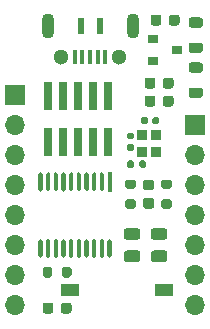
<source format=gts>
G04 #@! TF.GenerationSoftware,KiCad,Pcbnew,(5.1.10)-1*
G04 #@! TF.CreationDate,2021-11-12T00:22:47+01:00*
G04 #@! TF.ProjectId,devboard-stm32g030f6p6,64657662-6f61-4726-942d-73746d333267,rev?*
G04 #@! TF.SameCoordinates,Original*
G04 #@! TF.FileFunction,Soldermask,Top*
G04 #@! TF.FilePolarity,Negative*
%FSLAX46Y46*%
G04 Gerber Fmt 4.6, Leading zero omitted, Abs format (unit mm)*
G04 Created by KiCad (PCBNEW (5.1.10)-1) date 2021-11-12 00:22:47*
%MOMM*%
%LPD*%
G01*
G04 APERTURE LIST*
%ADD10R,0.850000X0.950000*%
%ADD11R,0.900000X0.800000*%
%ADD12R,0.380766X1.655236*%
%ADD13R,1.500000X1.000000*%
%ADD14O,1.700000X1.700000*%
%ADD15R,1.700000X1.700000*%
%ADD16R,0.740000X2.400000*%
%ADD17R,0.600000X1.350000*%
%ADD18O,1.070000X2.140000*%
%ADD19C,1.300000*%
%ADD20R,0.400000X1.250000*%
G04 APERTURE END LIST*
G36*
G01*
X115193000Y-87447000D02*
X115693000Y-87447000D01*
G75*
G02*
X115918000Y-87672000I0J-225000D01*
G01*
X115918000Y-88122000D01*
G75*
G02*
X115693000Y-88347000I-225000J0D01*
G01*
X115193000Y-88347000D01*
G75*
G02*
X114968000Y-88122000I0J225000D01*
G01*
X114968000Y-87672000D01*
G75*
G02*
X115193000Y-87447000I225000J0D01*
G01*
G37*
G36*
G01*
X115193000Y-85897000D02*
X115693000Y-85897000D01*
G75*
G02*
X115918000Y-86122000I0J-225000D01*
G01*
X115918000Y-86572000D01*
G75*
G02*
X115693000Y-86797000I-225000J0D01*
G01*
X115193000Y-86797000D01*
G75*
G02*
X114968000Y-86572000I0J225000D01*
G01*
X114968000Y-86122000D01*
G75*
G02*
X115193000Y-85897000I225000J0D01*
G01*
G37*
D10*
X114928000Y-83566000D03*
X114928000Y-82116000D03*
X116078000Y-82116000D03*
X116078000Y-83566000D03*
D11*
X117840000Y-74930000D03*
X115840000Y-75880000D03*
X115840000Y-73980000D03*
G36*
G01*
X112145000Y-90897864D02*
X112145000Y-90897864D01*
G75*
G02*
X112335383Y-91088247I0J-190383D01*
G01*
X112335383Y-92362717D01*
G75*
G02*
X112145000Y-92553100I-190383J0D01*
G01*
X112145000Y-92553100D01*
G75*
G02*
X111954617Y-92362717I0J190383D01*
G01*
X111954617Y-91088247D01*
G75*
G02*
X112145000Y-90897864I190383J0D01*
G01*
G37*
G36*
G01*
X111495000Y-90897864D02*
X111495000Y-90897864D01*
G75*
G02*
X111685383Y-91088247I0J-190383D01*
G01*
X111685383Y-92362717D01*
G75*
G02*
X111495000Y-92553100I-190383J0D01*
G01*
X111495000Y-92553100D01*
G75*
G02*
X111304617Y-92362717I0J190383D01*
G01*
X111304617Y-91088247D01*
G75*
G02*
X111495000Y-90897864I190383J0D01*
G01*
G37*
G36*
G01*
X110845000Y-90897864D02*
X110845000Y-90897864D01*
G75*
G02*
X111035383Y-91088247I0J-190383D01*
G01*
X111035383Y-92362717D01*
G75*
G02*
X110845000Y-92553100I-190383J0D01*
G01*
X110845000Y-92553100D01*
G75*
G02*
X110654617Y-92362717I0J190383D01*
G01*
X110654617Y-91088247D01*
G75*
G02*
X110845000Y-90897864I190383J0D01*
G01*
G37*
G36*
G01*
X110195000Y-90897864D02*
X110195000Y-90897864D01*
G75*
G02*
X110385383Y-91088247I0J-190383D01*
G01*
X110385383Y-92362717D01*
G75*
G02*
X110195000Y-92553100I-190383J0D01*
G01*
X110195000Y-92553100D01*
G75*
G02*
X110004617Y-92362717I0J190383D01*
G01*
X110004617Y-91088247D01*
G75*
G02*
X110195000Y-90897864I190383J0D01*
G01*
G37*
G36*
G01*
X109545000Y-90897864D02*
X109545000Y-90897864D01*
G75*
G02*
X109735383Y-91088247I0J-190383D01*
G01*
X109735383Y-92362717D01*
G75*
G02*
X109545000Y-92553100I-190383J0D01*
G01*
X109545000Y-92553100D01*
G75*
G02*
X109354617Y-92362717I0J190383D01*
G01*
X109354617Y-91088247D01*
G75*
G02*
X109545000Y-90897864I190383J0D01*
G01*
G37*
G36*
G01*
X108895000Y-90897864D02*
X108895000Y-90897864D01*
G75*
G02*
X109085383Y-91088247I0J-190383D01*
G01*
X109085383Y-92362717D01*
G75*
G02*
X108895000Y-92553100I-190383J0D01*
G01*
X108895000Y-92553100D01*
G75*
G02*
X108704617Y-92362717I0J190383D01*
G01*
X108704617Y-91088247D01*
G75*
G02*
X108895000Y-90897864I190383J0D01*
G01*
G37*
G36*
G01*
X108245000Y-90897864D02*
X108245000Y-90897864D01*
G75*
G02*
X108435383Y-91088247I0J-190383D01*
G01*
X108435383Y-92362717D01*
G75*
G02*
X108245000Y-92553100I-190383J0D01*
G01*
X108245000Y-92553100D01*
G75*
G02*
X108054617Y-92362717I0J190383D01*
G01*
X108054617Y-91088247D01*
G75*
G02*
X108245000Y-90897864I190383J0D01*
G01*
G37*
G36*
G01*
X107595000Y-90897864D02*
X107595000Y-90897864D01*
G75*
G02*
X107785383Y-91088247I0J-190383D01*
G01*
X107785383Y-92362717D01*
G75*
G02*
X107595000Y-92553100I-190383J0D01*
G01*
X107595000Y-92553100D01*
G75*
G02*
X107404617Y-92362717I0J190383D01*
G01*
X107404617Y-91088247D01*
G75*
G02*
X107595000Y-90897864I190383J0D01*
G01*
G37*
G36*
G01*
X106945000Y-90897864D02*
X106945000Y-90897864D01*
G75*
G02*
X107135383Y-91088247I0J-190383D01*
G01*
X107135383Y-92362717D01*
G75*
G02*
X106945000Y-92553100I-190383J0D01*
G01*
X106945000Y-92553100D01*
G75*
G02*
X106754617Y-92362717I0J190383D01*
G01*
X106754617Y-91088247D01*
G75*
G02*
X106945000Y-90897864I190383J0D01*
G01*
G37*
G36*
G01*
X106295000Y-90897864D02*
X106295000Y-90897864D01*
G75*
G02*
X106485383Y-91088247I0J-190383D01*
G01*
X106485383Y-92362717D01*
G75*
G02*
X106295000Y-92553100I-190383J0D01*
G01*
X106295000Y-92553100D01*
G75*
G02*
X106104617Y-92362717I0J190383D01*
G01*
X106104617Y-91088247D01*
G75*
G02*
X106295000Y-90897864I190383J0D01*
G01*
G37*
G36*
G01*
X106295000Y-85246900D02*
X106295000Y-85246900D01*
G75*
G02*
X106485383Y-85437283I0J-190383D01*
G01*
X106485383Y-86711753D01*
G75*
G02*
X106295000Y-86902136I-190383J0D01*
G01*
X106295000Y-86902136D01*
G75*
G02*
X106104617Y-86711753I0J190383D01*
G01*
X106104617Y-85437283D01*
G75*
G02*
X106295000Y-85246900I190383J0D01*
G01*
G37*
G36*
G01*
X106945000Y-85246900D02*
X106945000Y-85246900D01*
G75*
G02*
X107135383Y-85437283I0J-190383D01*
G01*
X107135383Y-86711753D01*
G75*
G02*
X106945000Y-86902136I-190383J0D01*
G01*
X106945000Y-86902136D01*
G75*
G02*
X106754617Y-86711753I0J190383D01*
G01*
X106754617Y-85437283D01*
G75*
G02*
X106945000Y-85246900I190383J0D01*
G01*
G37*
G36*
G01*
X107595000Y-85246900D02*
X107595000Y-85246900D01*
G75*
G02*
X107785383Y-85437283I0J-190383D01*
G01*
X107785383Y-86711753D01*
G75*
G02*
X107595000Y-86902136I-190383J0D01*
G01*
X107595000Y-86902136D01*
G75*
G02*
X107404617Y-86711753I0J190383D01*
G01*
X107404617Y-85437283D01*
G75*
G02*
X107595000Y-85246900I190383J0D01*
G01*
G37*
G36*
G01*
X108245000Y-85246900D02*
X108245000Y-85246900D01*
G75*
G02*
X108435383Y-85437283I0J-190383D01*
G01*
X108435383Y-86711753D01*
G75*
G02*
X108245000Y-86902136I-190383J0D01*
G01*
X108245000Y-86902136D01*
G75*
G02*
X108054617Y-86711753I0J190383D01*
G01*
X108054617Y-85437283D01*
G75*
G02*
X108245000Y-85246900I190383J0D01*
G01*
G37*
G36*
G01*
X108895000Y-85246900D02*
X108895000Y-85246900D01*
G75*
G02*
X109085383Y-85437283I0J-190383D01*
G01*
X109085383Y-86711753D01*
G75*
G02*
X108895000Y-86902136I-190383J0D01*
G01*
X108895000Y-86902136D01*
G75*
G02*
X108704617Y-86711753I0J190383D01*
G01*
X108704617Y-85437283D01*
G75*
G02*
X108895000Y-85246900I190383J0D01*
G01*
G37*
G36*
G01*
X109545000Y-85246900D02*
X109545000Y-85246900D01*
G75*
G02*
X109735383Y-85437283I0J-190383D01*
G01*
X109735383Y-86711753D01*
G75*
G02*
X109545000Y-86902136I-190383J0D01*
G01*
X109545000Y-86902136D01*
G75*
G02*
X109354617Y-86711753I0J190383D01*
G01*
X109354617Y-85437283D01*
G75*
G02*
X109545000Y-85246900I190383J0D01*
G01*
G37*
G36*
G01*
X110195000Y-85246900D02*
X110195000Y-85246900D01*
G75*
G02*
X110385383Y-85437283I0J-190383D01*
G01*
X110385383Y-86711753D01*
G75*
G02*
X110195000Y-86902136I-190383J0D01*
G01*
X110195000Y-86902136D01*
G75*
G02*
X110004617Y-86711753I0J190383D01*
G01*
X110004617Y-85437283D01*
G75*
G02*
X110195000Y-85246900I190383J0D01*
G01*
G37*
G36*
G01*
X110845000Y-85246900D02*
X110845000Y-85246900D01*
G75*
G02*
X111035383Y-85437283I0J-190383D01*
G01*
X111035383Y-86711753D01*
G75*
G02*
X110845000Y-86902136I-190383J0D01*
G01*
X110845000Y-86902136D01*
G75*
G02*
X110654617Y-86711753I0J190383D01*
G01*
X110654617Y-85437283D01*
G75*
G02*
X110845000Y-85246900I190383J0D01*
G01*
G37*
G36*
G01*
X111495000Y-85246900D02*
X111495000Y-85246900D01*
G75*
G02*
X111685383Y-85437283I0J-190383D01*
G01*
X111685383Y-86711753D01*
G75*
G02*
X111495000Y-86902136I-190383J0D01*
G01*
X111495000Y-86902136D01*
G75*
G02*
X111304617Y-86711753I0J190383D01*
G01*
X111304617Y-85437283D01*
G75*
G02*
X111495000Y-85246900I190383J0D01*
G01*
G37*
D12*
X112145000Y-86074518D03*
D13*
X108826000Y-95250000D03*
X116726000Y-95250000D03*
G36*
G01*
X114665000Y-84767000D02*
X114665000Y-84397000D01*
G75*
G02*
X114800000Y-84262000I135000J0D01*
G01*
X115070000Y-84262000D01*
G75*
G02*
X115205000Y-84397000I0J-135000D01*
G01*
X115205000Y-84767000D01*
G75*
G02*
X115070000Y-84902000I-135000J0D01*
G01*
X114800000Y-84902000D01*
G75*
G02*
X114665000Y-84767000I0J135000D01*
G01*
G37*
G36*
G01*
X113645000Y-84767000D02*
X113645000Y-84397000D01*
G75*
G02*
X113780000Y-84262000I135000J0D01*
G01*
X114050000Y-84262000D01*
G75*
G02*
X114185000Y-84397000I0J-135000D01*
G01*
X114185000Y-84767000D01*
G75*
G02*
X114050000Y-84902000I-135000J0D01*
G01*
X113780000Y-84902000D01*
G75*
G02*
X113645000Y-84767000I0J135000D01*
G01*
G37*
G36*
G01*
X108121000Y-94001000D02*
X108121000Y-93451000D01*
G75*
G02*
X108321000Y-93251000I200000J0D01*
G01*
X108721000Y-93251000D01*
G75*
G02*
X108921000Y-93451000I0J-200000D01*
G01*
X108921000Y-94001000D01*
G75*
G02*
X108721000Y-94201000I-200000J0D01*
G01*
X108321000Y-94201000D01*
G75*
G02*
X108121000Y-94001000I0J200000D01*
G01*
G37*
G36*
G01*
X106471000Y-94001000D02*
X106471000Y-93451000D01*
G75*
G02*
X106671000Y-93251000I200000J0D01*
G01*
X107071000Y-93251000D01*
G75*
G02*
X107271000Y-93451000I0J-200000D01*
G01*
X107271000Y-94001000D01*
G75*
G02*
X107071000Y-94201000I-200000J0D01*
G01*
X106671000Y-94201000D01*
G75*
G02*
X106471000Y-94001000I0J200000D01*
G01*
G37*
G36*
G01*
X116692000Y-87547000D02*
X117242000Y-87547000D01*
G75*
G02*
X117442000Y-87747000I0J-200000D01*
G01*
X117442000Y-88147000D01*
G75*
G02*
X117242000Y-88347000I-200000J0D01*
G01*
X116692000Y-88347000D01*
G75*
G02*
X116492000Y-88147000I0J200000D01*
G01*
X116492000Y-87747000D01*
G75*
G02*
X116692000Y-87547000I200000J0D01*
G01*
G37*
G36*
G01*
X116692000Y-85897000D02*
X117242000Y-85897000D01*
G75*
G02*
X117442000Y-86097000I0J-200000D01*
G01*
X117442000Y-86497000D01*
G75*
G02*
X117242000Y-86697000I-200000J0D01*
G01*
X116692000Y-86697000D01*
G75*
G02*
X116492000Y-86497000I0J200000D01*
G01*
X116492000Y-86097000D01*
G75*
G02*
X116692000Y-85897000I200000J0D01*
G01*
G37*
G36*
G01*
X113644000Y-87547000D02*
X114194000Y-87547000D01*
G75*
G02*
X114394000Y-87747000I0J-200000D01*
G01*
X114394000Y-88147000D01*
G75*
G02*
X114194000Y-88347000I-200000J0D01*
G01*
X113644000Y-88347000D01*
G75*
G02*
X113444000Y-88147000I0J200000D01*
G01*
X113444000Y-87747000D01*
G75*
G02*
X113644000Y-87547000I200000J0D01*
G01*
G37*
G36*
G01*
X113644000Y-85897000D02*
X114194000Y-85897000D01*
G75*
G02*
X114394000Y-86097000I0J-200000D01*
G01*
X114394000Y-86497000D01*
G75*
G02*
X114194000Y-86697000I-200000J0D01*
G01*
X113644000Y-86697000D01*
G75*
G02*
X113444000Y-86497000I0J200000D01*
G01*
X113444000Y-86097000D01*
G75*
G02*
X113644000Y-85897000I200000J0D01*
G01*
G37*
D14*
X119380000Y-96520000D03*
X119380000Y-93980000D03*
X119380000Y-91440000D03*
X119380000Y-88900000D03*
X119380000Y-86360000D03*
X119380000Y-83820000D03*
D15*
X119380000Y-81280000D03*
D14*
X104140000Y-96520000D03*
X104140000Y-93980000D03*
X104140000Y-91440000D03*
X104140000Y-88900000D03*
X104140000Y-86360000D03*
X104140000Y-83820000D03*
X104140000Y-81280000D03*
D15*
X104140000Y-78740000D03*
D16*
X112014000Y-78809300D03*
X112014000Y-82709300D03*
X110744000Y-78809300D03*
X110744000Y-82709300D03*
X109474000Y-78809300D03*
X109474000Y-82709300D03*
X108204000Y-78809300D03*
X108204000Y-82709300D03*
X106934000Y-78809300D03*
X106934000Y-82709300D03*
D17*
X109690000Y-72845000D03*
X111290000Y-72845000D03*
D18*
X106890000Y-72870000D03*
X114090000Y-72870000D03*
D19*
X108065000Y-75520000D03*
X112915000Y-75520000D03*
D20*
X109190000Y-75495000D03*
X109840000Y-75495000D03*
X110490000Y-75495000D03*
X111140000Y-75495000D03*
X111790000Y-75495000D03*
G36*
G01*
X119824750Y-73035000D02*
X119062250Y-73035000D01*
G75*
G02*
X118843500Y-72816250I0J218750D01*
G01*
X118843500Y-72378750D01*
G75*
G02*
X119062250Y-72160000I218750J0D01*
G01*
X119824750Y-72160000D01*
G75*
G02*
X120043500Y-72378750I0J-218750D01*
G01*
X120043500Y-72816250D01*
G75*
G02*
X119824750Y-73035000I-218750J0D01*
G01*
G37*
G36*
G01*
X119824750Y-75160000D02*
X119062250Y-75160000D01*
G75*
G02*
X118843500Y-74941250I0J218750D01*
G01*
X118843500Y-74503750D01*
G75*
G02*
X119062250Y-74285000I218750J0D01*
G01*
X119824750Y-74285000D01*
G75*
G02*
X120043500Y-74503750I0J-218750D01*
G01*
X120043500Y-74941250D01*
G75*
G02*
X119824750Y-75160000I-218750J0D01*
G01*
G37*
G36*
G01*
X119062250Y-78095000D02*
X119824750Y-78095000D01*
G75*
G02*
X120043500Y-78313750I0J-218750D01*
G01*
X120043500Y-78751250D01*
G75*
G02*
X119824750Y-78970000I-218750J0D01*
G01*
X119062250Y-78970000D01*
G75*
G02*
X118843500Y-78751250I0J218750D01*
G01*
X118843500Y-78313750D01*
G75*
G02*
X119062250Y-78095000I218750J0D01*
G01*
G37*
G36*
G01*
X119062250Y-75970000D02*
X119824750Y-75970000D01*
G75*
G02*
X120043500Y-76188750I0J-218750D01*
G01*
X120043500Y-76626250D01*
G75*
G02*
X119824750Y-76845000I-218750J0D01*
G01*
X119062250Y-76845000D01*
G75*
G02*
X118843500Y-76626250I0J218750D01*
G01*
X118843500Y-76188750D01*
G75*
G02*
X119062250Y-75970000I218750J0D01*
G01*
G37*
G36*
G01*
X116788250Y-90990000D02*
X115875750Y-90990000D01*
G75*
G02*
X115632000Y-90746250I0J243750D01*
G01*
X115632000Y-90258750D01*
G75*
G02*
X115875750Y-90015000I243750J0D01*
G01*
X116788250Y-90015000D01*
G75*
G02*
X117032000Y-90258750I0J-243750D01*
G01*
X117032000Y-90746250D01*
G75*
G02*
X116788250Y-90990000I-243750J0D01*
G01*
G37*
G36*
G01*
X116788250Y-92865000D02*
X115875750Y-92865000D01*
G75*
G02*
X115632000Y-92621250I0J243750D01*
G01*
X115632000Y-92133750D01*
G75*
G02*
X115875750Y-91890000I243750J0D01*
G01*
X116788250Y-91890000D01*
G75*
G02*
X117032000Y-92133750I0J-243750D01*
G01*
X117032000Y-92621250D01*
G75*
G02*
X116788250Y-92865000I-243750J0D01*
G01*
G37*
G36*
G01*
X114502250Y-90990000D02*
X113589750Y-90990000D01*
G75*
G02*
X113346000Y-90746250I0J243750D01*
G01*
X113346000Y-90258750D01*
G75*
G02*
X113589750Y-90015000I243750J0D01*
G01*
X114502250Y-90015000D01*
G75*
G02*
X114746000Y-90258750I0J-243750D01*
G01*
X114746000Y-90746250D01*
G75*
G02*
X114502250Y-90990000I-243750J0D01*
G01*
G37*
G36*
G01*
X114502250Y-92865000D02*
X113589750Y-92865000D01*
G75*
G02*
X113346000Y-92621250I0J243750D01*
G01*
X113346000Y-92133750D01*
G75*
G02*
X113589750Y-91890000I243750J0D01*
G01*
X114502250Y-91890000D01*
G75*
G02*
X114746000Y-92133750I0J-243750D01*
G01*
X114746000Y-92621250D01*
G75*
G02*
X114502250Y-92865000I-243750J0D01*
G01*
G37*
G36*
G01*
X114089000Y-82477000D02*
X113749000Y-82477000D01*
G75*
G02*
X113609000Y-82337000I0J140000D01*
G01*
X113609000Y-82057000D01*
G75*
G02*
X113749000Y-81917000I140000J0D01*
G01*
X114089000Y-81917000D01*
G75*
G02*
X114229000Y-82057000I0J-140000D01*
G01*
X114229000Y-82337000D01*
G75*
G02*
X114089000Y-82477000I-140000J0D01*
G01*
G37*
G36*
G01*
X114089000Y-83437000D02*
X113749000Y-83437000D01*
G75*
G02*
X113609000Y-83297000I0J140000D01*
G01*
X113609000Y-83017000D01*
G75*
G02*
X113749000Y-82877000I140000J0D01*
G01*
X114089000Y-82877000D01*
G75*
G02*
X114229000Y-83017000I0J-140000D01*
G01*
X114229000Y-83297000D01*
G75*
G02*
X114089000Y-83437000I-140000J0D01*
G01*
G37*
G36*
G01*
X115770000Y-81069000D02*
X115770000Y-80729000D01*
G75*
G02*
X115910000Y-80589000I140000J0D01*
G01*
X116190000Y-80589000D01*
G75*
G02*
X116330000Y-80729000I0J-140000D01*
G01*
X116330000Y-81069000D01*
G75*
G02*
X116190000Y-81209000I-140000J0D01*
G01*
X115910000Y-81209000D01*
G75*
G02*
X115770000Y-81069000I0J140000D01*
G01*
G37*
G36*
G01*
X114810000Y-81069000D02*
X114810000Y-80729000D01*
G75*
G02*
X114950000Y-80589000I140000J0D01*
G01*
X115230000Y-80589000D01*
G75*
G02*
X115370000Y-80729000I0J-140000D01*
G01*
X115370000Y-81069000D01*
G75*
G02*
X115230000Y-81209000I-140000J0D01*
G01*
X114950000Y-81209000D01*
G75*
G02*
X114810000Y-81069000I0J140000D01*
G01*
G37*
G36*
G01*
X116007000Y-78998000D02*
X116007000Y-79498000D01*
G75*
G02*
X115782000Y-79723000I-225000J0D01*
G01*
X115332000Y-79723000D01*
G75*
G02*
X115107000Y-79498000I0J225000D01*
G01*
X115107000Y-78998000D01*
G75*
G02*
X115332000Y-78773000I225000J0D01*
G01*
X115782000Y-78773000D01*
G75*
G02*
X116007000Y-78998000I0J-225000D01*
G01*
G37*
G36*
G01*
X117557000Y-78998000D02*
X117557000Y-79498000D01*
G75*
G02*
X117332000Y-79723000I-225000J0D01*
G01*
X116882000Y-79723000D01*
G75*
G02*
X116657000Y-79498000I0J225000D01*
G01*
X116657000Y-78998000D01*
G75*
G02*
X116882000Y-78773000I225000J0D01*
G01*
X117332000Y-78773000D01*
G75*
G02*
X117557000Y-78998000I0J-225000D01*
G01*
G37*
G36*
G01*
X116007000Y-77474000D02*
X116007000Y-77974000D01*
G75*
G02*
X115782000Y-78199000I-225000J0D01*
G01*
X115332000Y-78199000D01*
G75*
G02*
X115107000Y-77974000I0J225000D01*
G01*
X115107000Y-77474000D01*
G75*
G02*
X115332000Y-77249000I225000J0D01*
G01*
X115782000Y-77249000D01*
G75*
G02*
X116007000Y-77474000I0J-225000D01*
G01*
G37*
G36*
G01*
X117557000Y-77474000D02*
X117557000Y-77974000D01*
G75*
G02*
X117332000Y-78199000I-225000J0D01*
G01*
X116882000Y-78199000D01*
G75*
G02*
X116657000Y-77974000I0J225000D01*
G01*
X116657000Y-77474000D01*
G75*
G02*
X116882000Y-77249000I225000J0D01*
G01*
X117332000Y-77249000D01*
G75*
G02*
X117557000Y-77474000I0J-225000D01*
G01*
G37*
G36*
G01*
X116515000Y-72140000D02*
X116515000Y-72640000D01*
G75*
G02*
X116290000Y-72865000I-225000J0D01*
G01*
X115840000Y-72865000D01*
G75*
G02*
X115615000Y-72640000I0J225000D01*
G01*
X115615000Y-72140000D01*
G75*
G02*
X115840000Y-71915000I225000J0D01*
G01*
X116290000Y-71915000D01*
G75*
G02*
X116515000Y-72140000I0J-225000D01*
G01*
G37*
G36*
G01*
X118065000Y-72140000D02*
X118065000Y-72640000D01*
G75*
G02*
X117840000Y-72865000I-225000J0D01*
G01*
X117390000Y-72865000D01*
G75*
G02*
X117165000Y-72640000I0J225000D01*
G01*
X117165000Y-72140000D01*
G75*
G02*
X117390000Y-71915000I225000J0D01*
G01*
X117840000Y-71915000D01*
G75*
G02*
X118065000Y-72140000I0J-225000D01*
G01*
G37*
G36*
G01*
X108021000Y-97024000D02*
X108021000Y-96524000D01*
G75*
G02*
X108246000Y-96299000I225000J0D01*
G01*
X108696000Y-96299000D01*
G75*
G02*
X108921000Y-96524000I0J-225000D01*
G01*
X108921000Y-97024000D01*
G75*
G02*
X108696000Y-97249000I-225000J0D01*
G01*
X108246000Y-97249000D01*
G75*
G02*
X108021000Y-97024000I0J225000D01*
G01*
G37*
G36*
G01*
X106471000Y-97024000D02*
X106471000Y-96524000D01*
G75*
G02*
X106696000Y-96299000I225000J0D01*
G01*
X107146000Y-96299000D01*
G75*
G02*
X107371000Y-96524000I0J-225000D01*
G01*
X107371000Y-97024000D01*
G75*
G02*
X107146000Y-97249000I-225000J0D01*
G01*
X106696000Y-97249000D01*
G75*
G02*
X106471000Y-97024000I0J225000D01*
G01*
G37*
M02*

</source>
